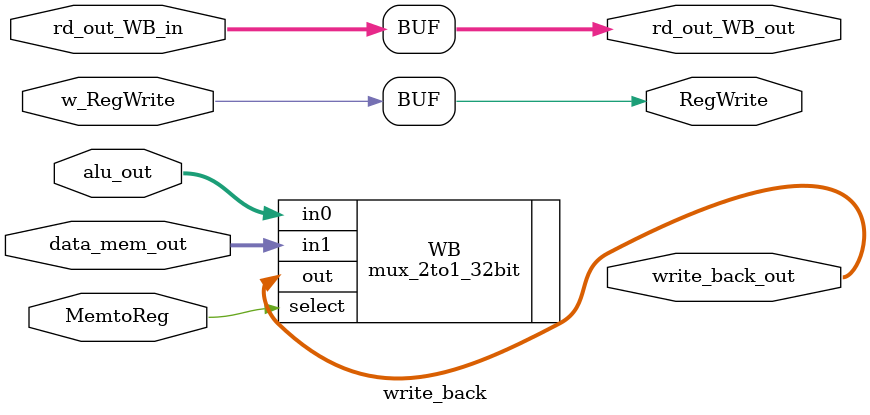
<source format=v>
module write_back 
(   
    input wire w_RegWrite,
    input MemtoReg,
    input [31:0]data_mem_out,
    input [31:0]alu_out,
    input [4:0] rd_out_WB_in,

    output wire RegWrite,
    output reg [4:0] rd_out_WB_out,
    output [31:0] write_back_out
);

assign w_RegWrite = RegWrite;

always @(rd_out_WB_in) begin
    rd_out_WB_out <= rd_out_WB_in;
end
    
mux_2to1_32bit WB
(
    .select(MemtoReg ),
    .in0(alu_out),
    .in1(data_mem_out),

    .out(write_back_out)

);


endmodule
</source>
